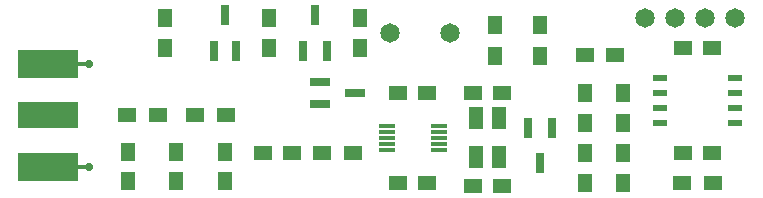
<source format=gbr>
G04 #@! TF.FileFunction,Soldermask,Top*
%FSLAX46Y46*%
G04 Gerber Fmt 4.6, Leading zero omitted, Abs format (unit mm)*
G04 Created by KiCad (PCBNEW 0.201508030901+6040~28~ubuntu14.04.1-product) date Wed 05 Aug 2015 11:40:12 PM CDT*
%MOMM*%
G01*
G04 APERTURE LIST*
%ADD10C,0.100000*%
%ADD11R,1.250000X1.500000*%
%ADD12R,1.500000X1.250000*%
%ADD13R,1.501140X1.198880*%
%ADD14C,1.651000*%
%ADD15R,1.800860X0.800100*%
%ADD16R,1.198880X1.501140*%
%ADD17R,0.800100X1.800860*%
%ADD18R,1.400000X0.300000*%
%ADD19R,1.143000X0.508000*%
%ADD20C,0.711200*%
%ADD21R,0.889000X0.457200*%
%ADD22R,5.080000X2.413000*%
%ADD23R,5.080000X2.286000*%
%ADD24R,1.200000X1.900000*%
G04 APERTURE END LIST*
D10*
D11*
X126873000Y-87610000D03*
X126873000Y-85110000D03*
X123190000Y-98913000D03*
X123190000Y-96413000D03*
D12*
X128885000Y-96520000D03*
X126385000Y-96520000D03*
D11*
X118999000Y-98913000D03*
X118999000Y-96413000D03*
X118110000Y-85110000D03*
X118110000Y-87610000D03*
X114935000Y-98913000D03*
X114935000Y-96413000D03*
D12*
X144165000Y-91440000D03*
X146665000Y-91440000D03*
X146665000Y-99314000D03*
X144165000Y-99314000D03*
D11*
X156845000Y-99040000D03*
X156845000Y-96540000D03*
D12*
X156190000Y-88265000D03*
X153690000Y-88265000D03*
X164445000Y-96520000D03*
X161945000Y-96520000D03*
X140315000Y-91440000D03*
X137815000Y-91440000D03*
X140315000Y-99060000D03*
X137815000Y-99060000D03*
X164445000Y-87630000D03*
X161945000Y-87630000D03*
D13*
X123220480Y-93345000D03*
X120619520Y-93345000D03*
X131414520Y-96520000D03*
X134015480Y-96520000D03*
X117505480Y-93345000D03*
X114904520Y-93345000D03*
D14*
X137160000Y-86360000D03*
X142240000Y-86360000D03*
X158750000Y-85090000D03*
X161290000Y-85090000D03*
X163830000Y-85090000D03*
X166370000Y-85090000D03*
D15*
X131213860Y-90490000D03*
X131213860Y-92390000D03*
X134216140Y-91440000D03*
D16*
X149860000Y-85694520D03*
X149860000Y-88295480D03*
X146050000Y-85694520D03*
X146050000Y-88295480D03*
X153670000Y-99090480D03*
X153670000Y-96489520D03*
X153670000Y-94010480D03*
X153670000Y-91409520D03*
X156845000Y-91409520D03*
X156845000Y-94010480D03*
D13*
X164495480Y-99060000D03*
X161894520Y-99060000D03*
D17*
X122240000Y-87861140D03*
X124140000Y-87861140D03*
X123190000Y-84858860D03*
D18*
X141265000Y-96250000D03*
X141265000Y-95750000D03*
X141265000Y-95250000D03*
X141265000Y-94750000D03*
X141265000Y-94250000D03*
X136865000Y-94250000D03*
X136865000Y-94750000D03*
X136865000Y-95250000D03*
X136865000Y-95750000D03*
X136865000Y-96250000D03*
D19*
X166370000Y-90170000D03*
X166370000Y-91440000D03*
X166370000Y-92710000D03*
X166370000Y-93980000D03*
X160020000Y-93980000D03*
X160020000Y-92710000D03*
X160020000Y-91440000D03*
X160020000Y-90170000D03*
D20*
X111633000Y-97726500D03*
D21*
X111188500Y-97726500D03*
D22*
X108204000Y-97726500D03*
D23*
X108204000Y-93345000D03*
D22*
X108204000Y-88963500D03*
D21*
X111188500Y-88963500D03*
D20*
X111633000Y-88963500D03*
D17*
X129810000Y-87861140D03*
X131810000Y-87861140D03*
X130810000Y-84858860D03*
X150860000Y-94383860D03*
X148860000Y-94383860D03*
X149860000Y-97386140D03*
D24*
X144415000Y-96900000D03*
X146415000Y-93600000D03*
X146415000Y-96900000D03*
X144415000Y-93600000D03*
D11*
X134620000Y-85110000D03*
X134620000Y-87610000D03*
M02*

</source>
